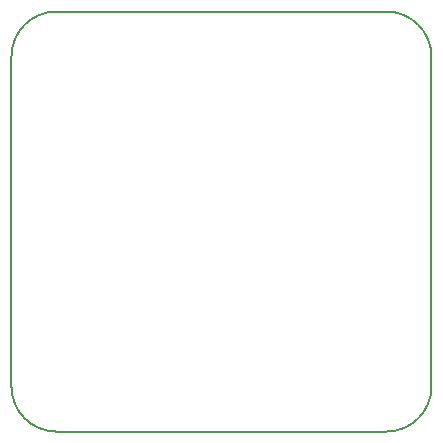
<source format=gm1>
G04 #@! TF.FileFunction,Profile,NP*
%FSLAX46Y46*%
G04 Gerber Fmt 4.6, Leading zero omitted, Abs format (unit mm)*
G04 Created by KiCad (PCBNEW 4.0.7-e2-6376~58~ubuntu16.04.1) date Thu Sep 21 22:43:52 2017*
%MOMM*%
%LPD*%
G01*
G04 APERTURE LIST*
%ADD10C,0.050800*%
%ADD11C,0.150000*%
G04 APERTURE END LIST*
D10*
D11*
X90805000Y-33020000D02*
G75*
G03X86995000Y-29210000I-3810000J0D01*
G01*
X86995000Y-64770000D02*
G75*
G03X90805000Y-60960000I0J3810000D01*
G01*
X55245000Y-60960000D02*
G75*
G03X59055000Y-64770000I3810000J0D01*
G01*
X59055000Y-29210000D02*
G75*
G03X55245000Y-33020000I0J-3810000D01*
G01*
X55245000Y-60960000D02*
X55245000Y-33020000D01*
X86995000Y-64770000D02*
X59055000Y-64770000D01*
X90805000Y-33020000D02*
X90805000Y-60960000D01*
X59055000Y-29210000D02*
X86995000Y-29210000D01*
M02*

</source>
